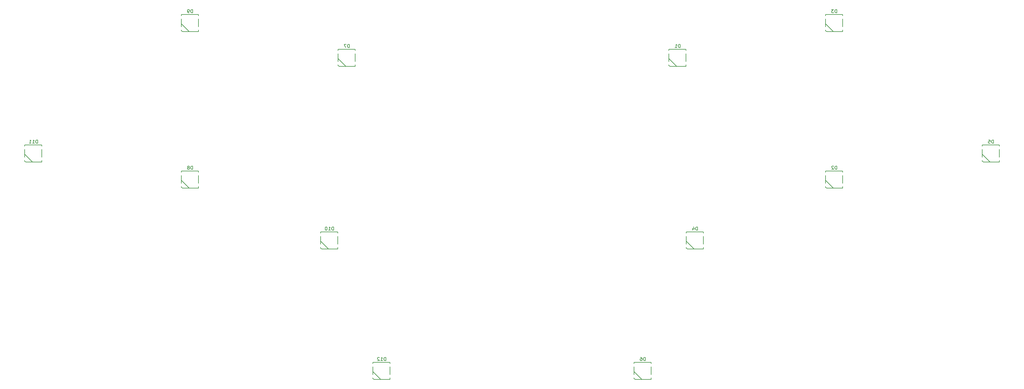
<source format=gbo>
G04 #@! TF.GenerationSoftware,KiCad,Pcbnew,(6.0.7)*
G04 #@! TF.CreationDate,2022-09-16T15:10:19+02:00*
G04 #@! TF.ProjectId,yeti,79657469-2e6b-4696-9361-645f70636258,rev?*
G04 #@! TF.SameCoordinates,Original*
G04 #@! TF.FileFunction,Legend,Bot*
G04 #@! TF.FilePolarity,Positive*
%FSLAX46Y46*%
G04 Gerber Fmt 4.6, Leading zero omitted, Abs format (unit mm)*
G04 Created by KiCad (PCBNEW (6.0.7)) date 2022-09-16 15:10:19*
%MOMM*%
%LPD*%
G01*
G04 APERTURE LIST*
%ADD10C,0.200000*%
%ADD11C,0.150000*%
%ADD12C,4.300000*%
%ADD13C,2.200000*%
%ADD14C,4.000000*%
%ADD15C,1.750000*%
%ADD16C,2.500000*%
%ADD17C,0.800000*%
%ADD18O,2.000000X1.600000*%
%ADD19C,1.524000*%
%ADD20C,1.200000*%
%ADD21R,1.501140X0.899160*%
G04 APERTURE END LIST*
D10*
X244638095Y-24982380D02*
X244638095Y-23982380D01*
X244400000Y-23982380D01*
X244257142Y-24030000D01*
X244161904Y-24125238D01*
X244114285Y-24220476D01*
X244066666Y-24410952D01*
X244066666Y-24553809D01*
X244114285Y-24744285D01*
X244161904Y-24839523D01*
X244257142Y-24934761D01*
X244400000Y-24982380D01*
X244638095Y-24982380D01*
X243733333Y-23982380D02*
X243114285Y-23982380D01*
X243447619Y-24363333D01*
X243304761Y-24363333D01*
X243209523Y-24410952D01*
X243161904Y-24458571D01*
X243114285Y-24553809D01*
X243114285Y-24791904D01*
X243161904Y-24887142D01*
X243209523Y-24934761D01*
X243304761Y-24982380D01*
X243590476Y-24982380D01*
X243685714Y-24934761D01*
X243733333Y-24887142D01*
X97794285Y-88482380D02*
X97794285Y-87482380D01*
X97556190Y-87482380D01*
X97413333Y-87530000D01*
X97318095Y-87625238D01*
X97270476Y-87720476D01*
X97222857Y-87910952D01*
X97222857Y-88053809D01*
X97270476Y-88244285D01*
X97318095Y-88339523D01*
X97413333Y-88434761D01*
X97556190Y-88482380D01*
X97794285Y-88482380D01*
X96270476Y-88482380D02*
X96841904Y-88482380D01*
X96556190Y-88482380D02*
X96556190Y-87482380D01*
X96651428Y-87625238D01*
X96746666Y-87720476D01*
X96841904Y-87768095D01*
X95651428Y-87482380D02*
X95556190Y-87482380D01*
X95460952Y-87530000D01*
X95413333Y-87577619D01*
X95365714Y-87672857D01*
X95318095Y-87863333D01*
X95318095Y-88101428D01*
X95365714Y-88291904D01*
X95413333Y-88387142D01*
X95460952Y-88434761D01*
X95556190Y-88482380D01*
X95651428Y-88482380D01*
X95746666Y-88434761D01*
X95794285Y-88387142D01*
X95841904Y-88291904D01*
X95889523Y-88101428D01*
X95889523Y-87863333D01*
X95841904Y-87672857D01*
X95794285Y-87577619D01*
X95746666Y-87530000D01*
X95651428Y-87482380D01*
X203998095Y-88482380D02*
X203998095Y-87482380D01*
X203760000Y-87482380D01*
X203617142Y-87530000D01*
X203521904Y-87625238D01*
X203474285Y-87720476D01*
X203426666Y-87910952D01*
X203426666Y-88053809D01*
X203474285Y-88244285D01*
X203521904Y-88339523D01*
X203617142Y-88434761D01*
X203760000Y-88482380D01*
X203998095Y-88482380D01*
X202569523Y-87815714D02*
X202569523Y-88482380D01*
X202807619Y-87434761D02*
X203045714Y-88149047D01*
X202426666Y-88149047D01*
X56678095Y-24982380D02*
X56678095Y-23982380D01*
X56440000Y-23982380D01*
X56297142Y-24030000D01*
X56201904Y-24125238D01*
X56154285Y-24220476D01*
X56106666Y-24410952D01*
X56106666Y-24553809D01*
X56154285Y-24744285D01*
X56201904Y-24839523D01*
X56297142Y-24934761D01*
X56440000Y-24982380D01*
X56678095Y-24982380D01*
X55630476Y-24982380D02*
X55440000Y-24982380D01*
X55344761Y-24934761D01*
X55297142Y-24887142D01*
X55201904Y-24744285D01*
X55154285Y-24553809D01*
X55154285Y-24172857D01*
X55201904Y-24077619D01*
X55249523Y-24030000D01*
X55344761Y-23982380D01*
X55535238Y-23982380D01*
X55630476Y-24030000D01*
X55678095Y-24077619D01*
X55725714Y-24172857D01*
X55725714Y-24410952D01*
X55678095Y-24506190D01*
X55630476Y-24553809D01*
X55535238Y-24601428D01*
X55344761Y-24601428D01*
X55249523Y-24553809D01*
X55201904Y-24506190D01*
X55154285Y-24410952D01*
X11434285Y-63082380D02*
X11434285Y-62082380D01*
X11196190Y-62082380D01*
X11053333Y-62130000D01*
X10958095Y-62225238D01*
X10910476Y-62320476D01*
X10862857Y-62510952D01*
X10862857Y-62653809D01*
X10910476Y-62844285D01*
X10958095Y-62939523D01*
X11053333Y-63034761D01*
X11196190Y-63082380D01*
X11434285Y-63082380D01*
X9910476Y-63082380D02*
X10481904Y-63082380D01*
X10196190Y-63082380D02*
X10196190Y-62082380D01*
X10291428Y-62225238D01*
X10386666Y-62320476D01*
X10481904Y-62368095D01*
X8958095Y-63082380D02*
X9529523Y-63082380D01*
X9243809Y-63082380D02*
X9243809Y-62082380D01*
X9339047Y-62225238D01*
X9434285Y-62320476D01*
X9529523Y-62368095D01*
X244638095Y-70702380D02*
X244638095Y-69702380D01*
X244400000Y-69702380D01*
X244257142Y-69750000D01*
X244161904Y-69845238D01*
X244114285Y-69940476D01*
X244066666Y-70130952D01*
X244066666Y-70273809D01*
X244114285Y-70464285D01*
X244161904Y-70559523D01*
X244257142Y-70654761D01*
X244400000Y-70702380D01*
X244638095Y-70702380D01*
X243685714Y-69797619D02*
X243638095Y-69750000D01*
X243542857Y-69702380D01*
X243304761Y-69702380D01*
X243209523Y-69750000D01*
X243161904Y-69797619D01*
X243114285Y-69892857D01*
X243114285Y-69988095D01*
X243161904Y-70130952D01*
X243733333Y-70702380D01*
X243114285Y-70702380D01*
X102398095Y-35142380D02*
X102398095Y-34142380D01*
X102160000Y-34142380D01*
X102017142Y-34190000D01*
X101921904Y-34285238D01*
X101874285Y-34380476D01*
X101826666Y-34570952D01*
X101826666Y-34713809D01*
X101874285Y-34904285D01*
X101921904Y-34999523D01*
X102017142Y-35094761D01*
X102160000Y-35142380D01*
X102398095Y-35142380D01*
X101493333Y-34142380D02*
X100826666Y-34142380D01*
X101255238Y-35142380D01*
X198918095Y-35142380D02*
X198918095Y-34142380D01*
X198680000Y-34142380D01*
X198537142Y-34190000D01*
X198441904Y-34285238D01*
X198394285Y-34380476D01*
X198346666Y-34570952D01*
X198346666Y-34713809D01*
X198394285Y-34904285D01*
X198441904Y-34999523D01*
X198537142Y-35094761D01*
X198680000Y-35142380D01*
X198918095Y-35142380D01*
X197394285Y-35142380D02*
X197965714Y-35142380D01*
X197680000Y-35142380D02*
X197680000Y-34142380D01*
X197775238Y-34285238D01*
X197870476Y-34380476D01*
X197965714Y-34428095D01*
X113034285Y-126582380D02*
X113034285Y-125582380D01*
X112796190Y-125582380D01*
X112653333Y-125630000D01*
X112558095Y-125725238D01*
X112510476Y-125820476D01*
X112462857Y-126010952D01*
X112462857Y-126153809D01*
X112510476Y-126344285D01*
X112558095Y-126439523D01*
X112653333Y-126534761D01*
X112796190Y-126582380D01*
X113034285Y-126582380D01*
X111510476Y-126582380D02*
X112081904Y-126582380D01*
X111796190Y-126582380D02*
X111796190Y-125582380D01*
X111891428Y-125725238D01*
X111986666Y-125820476D01*
X112081904Y-125868095D01*
X111129523Y-125677619D02*
X111081904Y-125630000D01*
X110986666Y-125582380D01*
X110748571Y-125582380D01*
X110653333Y-125630000D01*
X110605714Y-125677619D01*
X110558095Y-125772857D01*
X110558095Y-125868095D01*
X110605714Y-126010952D01*
X111177142Y-126582380D01*
X110558095Y-126582380D01*
X290358095Y-63082380D02*
X290358095Y-62082380D01*
X290120000Y-62082380D01*
X289977142Y-62130000D01*
X289881904Y-62225238D01*
X289834285Y-62320476D01*
X289786666Y-62510952D01*
X289786666Y-62653809D01*
X289834285Y-62844285D01*
X289881904Y-62939523D01*
X289977142Y-63034761D01*
X290120000Y-63082380D01*
X290358095Y-63082380D01*
X288881904Y-62082380D02*
X289358095Y-62082380D01*
X289405714Y-62558571D01*
X289358095Y-62510952D01*
X289262857Y-62463333D01*
X289024761Y-62463333D01*
X288929523Y-62510952D01*
X288881904Y-62558571D01*
X288834285Y-62653809D01*
X288834285Y-62891904D01*
X288881904Y-62987142D01*
X288929523Y-63034761D01*
X289024761Y-63082380D01*
X289262857Y-63082380D01*
X289358095Y-63034761D01*
X289405714Y-62987142D01*
X188758095Y-126582380D02*
X188758095Y-125582380D01*
X188520000Y-125582380D01*
X188377142Y-125630000D01*
X188281904Y-125725238D01*
X188234285Y-125820476D01*
X188186666Y-126010952D01*
X188186666Y-126153809D01*
X188234285Y-126344285D01*
X188281904Y-126439523D01*
X188377142Y-126534761D01*
X188520000Y-126582380D01*
X188758095Y-126582380D01*
X187329523Y-125582380D02*
X187520000Y-125582380D01*
X187615238Y-125630000D01*
X187662857Y-125677619D01*
X187758095Y-125820476D01*
X187805714Y-126010952D01*
X187805714Y-126391904D01*
X187758095Y-126487142D01*
X187710476Y-126534761D01*
X187615238Y-126582380D01*
X187424761Y-126582380D01*
X187329523Y-126534761D01*
X187281904Y-126487142D01*
X187234285Y-126391904D01*
X187234285Y-126153809D01*
X187281904Y-126058571D01*
X187329523Y-126010952D01*
X187424761Y-125963333D01*
X187615238Y-125963333D01*
X187710476Y-126010952D01*
X187758095Y-126058571D01*
X187805714Y-126153809D01*
X56678095Y-70702380D02*
X56678095Y-69702380D01*
X56440000Y-69702380D01*
X56297142Y-69750000D01*
X56201904Y-69845238D01*
X56154285Y-69940476D01*
X56106666Y-70130952D01*
X56106666Y-70273809D01*
X56154285Y-70464285D01*
X56201904Y-70559523D01*
X56297142Y-70654761D01*
X56440000Y-70702380D01*
X56678095Y-70702380D01*
X55535238Y-70130952D02*
X55630476Y-70083333D01*
X55678095Y-70035714D01*
X55725714Y-69940476D01*
X55725714Y-69892857D01*
X55678095Y-69797619D01*
X55630476Y-69750000D01*
X55535238Y-69702380D01*
X55344761Y-69702380D01*
X55249523Y-69750000D01*
X55201904Y-69797619D01*
X55154285Y-69892857D01*
X55154285Y-69940476D01*
X55201904Y-70035714D01*
X55249523Y-70083333D01*
X55344761Y-70130952D01*
X55535238Y-70130952D01*
X55630476Y-70178571D01*
X55678095Y-70226190D01*
X55725714Y-70321428D01*
X55725714Y-70511904D01*
X55678095Y-70607142D01*
X55630476Y-70654761D01*
X55535238Y-70702380D01*
X55344761Y-70702380D01*
X55249523Y-70654761D01*
X55201904Y-70607142D01*
X55154285Y-70511904D01*
X55154285Y-70321428D01*
X55201904Y-70226190D01*
X55249523Y-70178571D01*
X55344761Y-70130952D01*
D11*
X243640000Y-30440000D02*
X241340000Y-28190000D01*
D10*
X246339360Y-30439360D02*
X246339360Y-25440640D01*
X246340000Y-25440000D02*
X241340000Y-25440000D01*
X241640000Y-30440000D02*
X246340000Y-30440000D01*
X241340000Y-30190000D02*
X241340000Y-25440000D01*
X241640000Y-30440000D02*
X241340000Y-30190000D01*
X99019360Y-93939360D02*
X99019360Y-88940640D01*
X94020000Y-93690000D02*
X94020000Y-88940000D01*
X94320000Y-93940000D02*
X94020000Y-93690000D01*
D11*
X96320000Y-93940000D02*
X94020000Y-91690000D01*
D10*
X94320000Y-93940000D02*
X99020000Y-93940000D01*
X99020000Y-88940000D02*
X94020000Y-88940000D01*
X205699360Y-93939360D02*
X205699360Y-88940640D01*
X200700000Y-93690000D02*
X200700000Y-88940000D01*
D11*
X203000000Y-93940000D02*
X200700000Y-91690000D01*
D10*
X205700000Y-88940000D02*
X200700000Y-88940000D01*
X201000000Y-93940000D02*
X205700000Y-93940000D01*
X201000000Y-93940000D02*
X200700000Y-93690000D01*
X53680000Y-30440000D02*
X58380000Y-30440000D01*
X58379360Y-30439360D02*
X58379360Y-25440640D01*
X58380000Y-25440000D02*
X53380000Y-25440000D01*
D11*
X55680000Y-30440000D02*
X53380000Y-28190000D01*
D10*
X53680000Y-30440000D02*
X53380000Y-30190000D01*
X53380000Y-30190000D02*
X53380000Y-25440000D01*
D11*
X9960000Y-68540000D02*
X7660000Y-66290000D01*
D10*
X7960000Y-68540000D02*
X7660000Y-68290000D01*
X7660000Y-68290000D02*
X7660000Y-63540000D01*
X12660000Y-63540000D02*
X7660000Y-63540000D01*
X12659360Y-68539360D02*
X12659360Y-63540640D01*
X7960000Y-68540000D02*
X12660000Y-68540000D01*
D11*
X243640000Y-76160000D02*
X241340000Y-73910000D01*
D10*
X241640000Y-76160000D02*
X241340000Y-75910000D01*
X246339360Y-76159360D02*
X246339360Y-71160640D01*
X246340000Y-71160000D02*
X241340000Y-71160000D01*
X241640000Y-76160000D02*
X246340000Y-76160000D01*
X241340000Y-75910000D02*
X241340000Y-71160000D01*
X99400000Y-40600000D02*
X104100000Y-40600000D01*
X99100000Y-40350000D02*
X99100000Y-35600000D01*
X104099360Y-40599360D02*
X104099360Y-35600640D01*
X104100000Y-35600000D02*
X99100000Y-35600000D01*
D11*
X101400000Y-40600000D02*
X99100000Y-38350000D01*
D10*
X99400000Y-40600000D02*
X99100000Y-40350000D01*
X195620000Y-40350000D02*
X195620000Y-35600000D01*
X200619360Y-40599360D02*
X200619360Y-35600640D01*
X195920000Y-40600000D02*
X195620000Y-40350000D01*
X195920000Y-40600000D02*
X200620000Y-40600000D01*
D11*
X197920000Y-40600000D02*
X195620000Y-38350000D01*
D10*
X200620000Y-35600000D02*
X195620000Y-35600000D01*
X109560000Y-132040000D02*
X109260000Y-131790000D01*
X114259360Y-132039360D02*
X114259360Y-127040640D01*
X114260000Y-127040000D02*
X109260000Y-127040000D01*
X109260000Y-131790000D02*
X109260000Y-127040000D01*
X109560000Y-132040000D02*
X114260000Y-132040000D01*
D11*
X111560000Y-132040000D02*
X109260000Y-129790000D01*
D10*
X287360000Y-68540000D02*
X292060000Y-68540000D01*
X292059360Y-68539360D02*
X292059360Y-63540640D01*
X292060000Y-63540000D02*
X287060000Y-63540000D01*
X287360000Y-68540000D02*
X287060000Y-68290000D01*
D11*
X289360000Y-68540000D02*
X287060000Y-66290000D01*
D10*
X287060000Y-68290000D02*
X287060000Y-63540000D01*
X190459360Y-132039360D02*
X190459360Y-127040640D01*
X185460000Y-131790000D02*
X185460000Y-127040000D01*
X190460000Y-127040000D02*
X185460000Y-127040000D01*
X185760000Y-132040000D02*
X185460000Y-131790000D01*
D11*
X187760000Y-132040000D02*
X185460000Y-129790000D01*
D10*
X185760000Y-132040000D02*
X190460000Y-132040000D01*
X58379360Y-76159360D02*
X58379360Y-71160640D01*
X53680000Y-76160000D02*
X53380000Y-75910000D01*
D11*
X55680000Y-76160000D02*
X53380000Y-73910000D01*
D10*
X53380000Y-75910000D02*
X53380000Y-71160000D01*
X53680000Y-76160000D02*
X58380000Y-76160000D01*
X58380000Y-71160000D02*
X53380000Y-71160000D01*
%LPC*%
D12*
X220980000Y-40640000D03*
X220980000Y-40640000D03*
X246380000Y-40640000D03*
X246380000Y-40640000D03*
X266700000Y-60960000D03*
X198120000Y-55880000D03*
X198120000Y-55880000D03*
X198120000Y-86360000D03*
X198120000Y-86360000D03*
D13*
X154940000Y-83820000D03*
X172720000Y-83820000D03*
D12*
X78740000Y-40640000D03*
X78740000Y-40640000D03*
X53340000Y-40640000D03*
X53340000Y-40640000D03*
X134620000Y-119380000D03*
X134620000Y-119380000D03*
X165100000Y-119380000D03*
X101600000Y-86360000D03*
X101600000Y-86360000D03*
X101600000Y-55880000D03*
X101600000Y-55880000D03*
X33020000Y-60960000D03*
D13*
X144780000Y-83820000D03*
X144780000Y-83820000D03*
X127000000Y-83820000D03*
D14*
X66040000Y-43180000D03*
D15*
X60960000Y-43180000D03*
X71120000Y-43180000D03*
D16*
X62230000Y-40640000D03*
X68580000Y-38100000D03*
D14*
X43180000Y-71120000D03*
D15*
X48260000Y-71120000D03*
X38100000Y-71120000D03*
D16*
X39370000Y-68580000D03*
X45720000Y-66040000D03*
D14*
X129540000Y-134620000D03*
D15*
X134313639Y-136357462D03*
X124766361Y-132882538D03*
D16*
X126828502Y-130930084D03*
X133664282Y-130715093D03*
D14*
X279400000Y-60960000D03*
D15*
X284480000Y-60960000D03*
X274320000Y-60960000D03*
D16*
X275590000Y-58420000D03*
X281940000Y-55880000D03*
D14*
X91440000Y-35560000D03*
D15*
X96520000Y-35560000D03*
X86360000Y-35560000D03*
D16*
X87630000Y-33020000D03*
X93980000Y-30480000D03*
D15*
X228600000Y-43180000D03*
X238760000Y-43180000D03*
D14*
X233680000Y-43180000D03*
D16*
X229870000Y-40640000D03*
X236220000Y-38100000D03*
D17*
X143180000Y-71120000D03*
X136180000Y-71120000D03*
D18*
X133480000Y-68820000D03*
X134580000Y-73420000D03*
X138580000Y-73420000D03*
X141580000Y-73420000D03*
D15*
X251460000Y-71120000D03*
X261620000Y-71120000D03*
D14*
X256540000Y-71120000D03*
D16*
X252730000Y-68580000D03*
X259080000Y-66040000D03*
D19*
X142240000Y-33020000D03*
X142240000Y-35560000D03*
X142240000Y-38100000D03*
X142240000Y-40640000D03*
X142240000Y-43180000D03*
X142240000Y-45720000D03*
X142240000Y-48260000D03*
X142240000Y-50800000D03*
X142240000Y-53340000D03*
X142240000Y-55880000D03*
X142240000Y-58420000D03*
X142240000Y-60960000D03*
X139700000Y-60960000D03*
X137160000Y-60960000D03*
X134620000Y-60960000D03*
X132080000Y-60960000D03*
X129540000Y-60960000D03*
X127000000Y-60960000D03*
X127000000Y-58420000D03*
X127000000Y-55880000D03*
X127000000Y-53340000D03*
X127000000Y-50800000D03*
X127000000Y-48260000D03*
X127000000Y-45720000D03*
X127000000Y-43180000D03*
X127000000Y-40640000D03*
X127000000Y-38100000D03*
X127000000Y-35560000D03*
X127000000Y-33020000D03*
D15*
X271780000Y-81280000D03*
D14*
X276860000Y-81280000D03*
D15*
X281940000Y-81280000D03*
D16*
X273050000Y-78740000D03*
X279400000Y-76200000D03*
D15*
X48260000Y-30480000D03*
X38100000Y-30480000D03*
D14*
X43180000Y-30480000D03*
D16*
X39370000Y-27940000D03*
X45720000Y-25400000D03*
D15*
X15240000Y-60960000D03*
X25400000Y-60960000D03*
D14*
X20320000Y-60960000D03*
D16*
X16510000Y-58420000D03*
X22860000Y-55880000D03*
D14*
X66040000Y-63500000D03*
D15*
X71120000Y-63500000D03*
X60960000Y-63500000D03*
D16*
X62230000Y-60960000D03*
X68580000Y-58420000D03*
D15*
X106680000Y-40640000D03*
D14*
X111760000Y-40640000D03*
D15*
X116840000Y-40640000D03*
D16*
X107950000Y-38100000D03*
X114300000Y-35560000D03*
D14*
X43180000Y-50800000D03*
D15*
X38100000Y-50800000D03*
X48260000Y-50800000D03*
D16*
X39370000Y-48260000D03*
X45720000Y-45720000D03*
D15*
X213360000Y-76200000D03*
D14*
X208280000Y-76200000D03*
D15*
X203200000Y-76200000D03*
D16*
X204470000Y-73660000D03*
X210820000Y-71120000D03*
D14*
X233680000Y-22860000D03*
D15*
X238760000Y-22860000D03*
X228600000Y-22860000D03*
D16*
X229870000Y-20320000D03*
X236220000Y-17780000D03*
D20*
X137120000Y-77530000D03*
D15*
X134620000Y-78740000D03*
X139620000Y-78740000D03*
D17*
X156507500Y-71120000D03*
X163507500Y-71120000D03*
D18*
X166207500Y-73420000D03*
X165107500Y-68820000D03*
X161107500Y-68820000D03*
X158107500Y-68820000D03*
D15*
X106680000Y-81280000D03*
X116840000Y-81280000D03*
D14*
X111760000Y-81280000D03*
D16*
X107950000Y-78740000D03*
X114300000Y-76200000D03*
D15*
X261620000Y-30480000D03*
D14*
X256540000Y-30480000D03*
D15*
X251460000Y-30480000D03*
D16*
X252730000Y-27940000D03*
X259080000Y-25400000D03*
D14*
X111760000Y-60960000D03*
D15*
X116840000Y-60960000D03*
X106680000Y-60960000D03*
D16*
X107950000Y-58420000D03*
X114300000Y-55880000D03*
D14*
X233680000Y-63500000D03*
D15*
X228600000Y-63500000D03*
X238760000Y-63500000D03*
D16*
X229870000Y-60960000D03*
X236220000Y-58420000D03*
D14*
X187960000Y-60960000D03*
D15*
X182880000Y-60960000D03*
X193040000Y-60960000D03*
D16*
X184150000Y-58420000D03*
X190500000Y-55880000D03*
D15*
X251460000Y-50800000D03*
X261620000Y-50800000D03*
D14*
X256540000Y-50800000D03*
D16*
X252730000Y-48260000D03*
X259080000Y-45720000D03*
D15*
X86360000Y-76200000D03*
X96520000Y-76200000D03*
D14*
X91440000Y-76200000D03*
D16*
X87630000Y-73660000D03*
X93980000Y-71120000D03*
D14*
X187960000Y-40640000D03*
D15*
X182880000Y-40640000D03*
X193040000Y-40640000D03*
D16*
X184150000Y-38100000D03*
X190500000Y-35560000D03*
D20*
X162520000Y-77530000D03*
D15*
X160020000Y-78740000D03*
X165020000Y-78740000D03*
X294640000Y-60960000D03*
X304800000Y-60960000D03*
D14*
X299720000Y-60960000D03*
D16*
X295910000Y-58420000D03*
X302260000Y-55880000D03*
D15*
X71120000Y-22860000D03*
D14*
X66040000Y-22860000D03*
D15*
X60960000Y-22860000D03*
D16*
X62230000Y-20320000D03*
X68580000Y-17780000D03*
D14*
X109220000Y-114300000D03*
D15*
X114262134Y-114919096D03*
X104177866Y-113680904D03*
D16*
X105747947Y-111314611D03*
X112360163Y-109567414D03*
D15*
X213360000Y-35730000D03*
X203200000Y-35730000D03*
D14*
X208280000Y-35730000D03*
D16*
X204470000Y-33190000D03*
X210820000Y-30650000D03*
D15*
X27940000Y-81280000D03*
X17780000Y-81280000D03*
D14*
X22860000Y-81280000D03*
D16*
X19050000Y-78740000D03*
X25400000Y-76200000D03*
D15*
X213360000Y-55880000D03*
X203200000Y-55880000D03*
D14*
X208280000Y-55880000D03*
D16*
X204470000Y-53340000D03*
X210820000Y-50800000D03*
D15*
X-5080000Y-60960000D03*
D14*
X0Y-60960000D03*
D15*
X5080000Y-60960000D03*
D16*
X-3810000Y-58420000D03*
X2540000Y-55880000D03*
D19*
X172720000Y-33020000D03*
X172720000Y-35560000D03*
X172720000Y-38100000D03*
X172720000Y-40640000D03*
X172720000Y-43180000D03*
X172720000Y-45720000D03*
X172720000Y-48260000D03*
X172720000Y-50800000D03*
X172720000Y-53340000D03*
X172720000Y-55880000D03*
X172720000Y-58420000D03*
X172720000Y-60960000D03*
X170180000Y-60960000D03*
X167640000Y-60960000D03*
X165100000Y-60960000D03*
X162560000Y-60960000D03*
X160020000Y-60960000D03*
X157480000Y-60960000D03*
X157480000Y-58420000D03*
X157480000Y-55880000D03*
X157480000Y-53340000D03*
X157480000Y-50800000D03*
X157480000Y-48260000D03*
X157480000Y-45720000D03*
X157480000Y-43180000D03*
X157480000Y-40640000D03*
X157480000Y-38100000D03*
X157480000Y-35560000D03*
X157480000Y-33020000D03*
D15*
X96520000Y-55880000D03*
X86360000Y-55880000D03*
D14*
X91440000Y-55880000D03*
D16*
X87630000Y-53340000D03*
X93980000Y-50800000D03*
D15*
X174953639Y-132882538D03*
D14*
X170180000Y-134620000D03*
D15*
X165406361Y-136357462D03*
D16*
X165731040Y-133536277D03*
X170829357Y-128977630D03*
D14*
X190500000Y-114300000D03*
D15*
X195542134Y-113680904D03*
X185457866Y-114919096D03*
D16*
X186408851Y-112243255D03*
X192401971Y-108948317D03*
D15*
X182880000Y-81280000D03*
D14*
X187960000Y-81280000D03*
D15*
X193040000Y-81280000D03*
D16*
X184150000Y-78740000D03*
X190500000Y-76200000D03*
D21*
X246339360Y-26339800D03*
X246339360Y-29540200D03*
X241340640Y-29540200D03*
X241340640Y-26339800D03*
X99019360Y-89839800D03*
X99019360Y-93040200D03*
X94020640Y-93040200D03*
X94020640Y-89839800D03*
X205699360Y-89839800D03*
X205699360Y-93040200D03*
X200700640Y-93040200D03*
X200700640Y-89839800D03*
X58379360Y-26339800D03*
X58379360Y-29540200D03*
X53380640Y-29540200D03*
X53380640Y-26339800D03*
X12659360Y-64439800D03*
X12659360Y-67640200D03*
X7660640Y-67640200D03*
X7660640Y-64439800D03*
X246339360Y-72059800D03*
X246339360Y-75260200D03*
X241340640Y-75260200D03*
X241340640Y-72059800D03*
X104099360Y-36499800D03*
X104099360Y-39700200D03*
X99100640Y-39700200D03*
X99100640Y-36499800D03*
X200619360Y-36499800D03*
X200619360Y-39700200D03*
X195620640Y-39700200D03*
X195620640Y-36499800D03*
X114259360Y-127939800D03*
X114259360Y-131140200D03*
X109260640Y-131140200D03*
X109260640Y-127939800D03*
X292059360Y-64439800D03*
X292059360Y-67640200D03*
X287060640Y-67640200D03*
X287060640Y-64439800D03*
X190459360Y-127939800D03*
X190459360Y-131140200D03*
X185460640Y-131140200D03*
X185460640Y-127939800D03*
X58379360Y-72059800D03*
X58379360Y-75260200D03*
X53380640Y-75260200D03*
X53380640Y-72059800D03*
M02*

</source>
